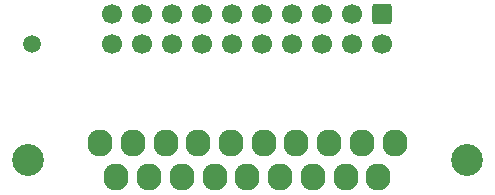
<source format=gbr>
%TF.GenerationSoftware,KiCad,Pcbnew,7.0.9*%
%TF.CreationDate,2024-01-09T00:20:39-06:00*%
%TF.ProjectId,db19-to-idc20,64623139-2d74-46f2-9d69-646332302e6b,1.1*%
%TF.SameCoordinates,Original*%
%TF.FileFunction,Soldermask,Bot*%
%TF.FilePolarity,Negative*%
%FSLAX46Y46*%
G04 Gerber Fmt 4.6, Leading zero omitted, Abs format (unit mm)*
G04 Created by KiCad (PCBNEW 7.0.9) date 2024-01-09 00:20:39*
%MOMM*%
%LPD*%
G01*
G04 APERTURE LIST*
G04 Aperture macros list*
%AMRoundRect*
0 Rectangle with rounded corners*
0 $1 Rounding radius*
0 $2 $3 $4 $5 $6 $7 $8 $9 X,Y pos of 4 corners*
0 Add a 4 corners polygon primitive as box body*
4,1,4,$2,$3,$4,$5,$6,$7,$8,$9,$2,$3,0*
0 Add four circle primitives for the rounded corners*
1,1,$1+$1,$2,$3*
1,1,$1+$1,$4,$5*
1,1,$1+$1,$6,$7*
1,1,$1+$1,$8,$9*
0 Add four rect primitives between the rounded corners*
20,1,$1+$1,$2,$3,$4,$5,0*
20,1,$1+$1,$4,$5,$6,$7,0*
20,1,$1+$1,$6,$7,$8,$9,0*
20,1,$1+$1,$8,$9,$2,$3,0*%
G04 Aperture macros list end*
%ADD10C,1.500000*%
%ADD11C,2.700000*%
%ADD12O,2.100000X2.300000*%
%ADD13C,1.700000*%
%ADD14RoundRect,0.250000X-0.600000X0.600000X-0.600000X-0.600000X0.600000X-0.600000X0.600000X0.600000X0*%
G04 APERTURE END LIST*
D10*
%TO.C,TP1*%
X136525000Y-118491000D03*
%TD*%
D11*
%TO.C,J1*%
X173368000Y-128270000D03*
X136178000Y-128270000D03*
D12*
X167238000Y-126850000D03*
X164468000Y-126850000D03*
X161698000Y-126850000D03*
X158928000Y-126850000D03*
X156158000Y-126850000D03*
X153388000Y-126850000D03*
X150618000Y-126850000D03*
X147848000Y-126850000D03*
X145078000Y-126850000D03*
X142308000Y-126850000D03*
X165853000Y-129690000D03*
X163083000Y-129690000D03*
X160313000Y-129690000D03*
X157543000Y-129690000D03*
X154773000Y-129690000D03*
X152003000Y-129690000D03*
X149233000Y-129690000D03*
X146463000Y-129690000D03*
X143693000Y-129690000D03*
%TD*%
D13*
%TO.C,J2*%
X143343000Y-118491000D03*
X143343000Y-115951000D03*
X145883000Y-118491000D03*
X145883000Y-115951000D03*
X148423000Y-118491000D03*
X148423000Y-115951000D03*
X150963000Y-118491000D03*
X150963000Y-115951000D03*
X153503000Y-118491000D03*
X153503000Y-115951000D03*
X156043000Y-118491000D03*
X156043000Y-115951000D03*
X158583000Y-118491000D03*
X158583000Y-115951000D03*
X161123000Y-118491000D03*
X161123000Y-115951000D03*
X163663000Y-118491000D03*
X163663000Y-115951000D03*
X166203000Y-118491000D03*
D14*
X166203000Y-115951000D03*
%TD*%
M02*

</source>
